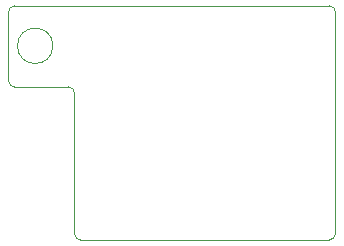
<source format=gm1>
%TF.GenerationSoftware,KiCad,Pcbnew,(5.1.6-0-10_14)*%
%TF.CreationDate,2020-11-28T15:25:20+01:00*%
%TF.ProjectId,Raspberry_Pi_Hat,52617370-6265-4727-9279-5f50695f4861,v1.0*%
%TF.SameCoordinates,Original*%
%TF.FileFunction,Profile,NP*%
%FSLAX46Y46*%
G04 Gerber Fmt 4.6, Leading zero omitted, Abs format (unit mm)*
G04 Created by KiCad (PCBNEW (5.1.6-0-10_14)) date 2020-11-28 15:25:20*
%MOMM*%
%LPD*%
G01*
G04 APERTURE LIST*
%TA.AperFunction,Profile*%
%ADD10C,0.050000*%
%TD*%
G04 APERTURE END LIST*
D10*
X110490000Y-108712000D02*
G75*
G02*
X110998000Y-109220000I0J-508000D01*
G01*
X132588000Y-101854000D02*
G75*
G02*
X133096000Y-102362000I0J-508000D01*
G01*
X133096000Y-121158000D02*
G75*
G02*
X132588000Y-121666000I-508000J0D01*
G01*
X111506000Y-121666000D02*
G75*
G02*
X110998000Y-121158000I0J508000D01*
G01*
X105918000Y-108712000D02*
G75*
G02*
X105410000Y-108204000I0J508000D01*
G01*
X105410000Y-102362000D02*
G75*
G02*
X105918000Y-101854000I508000J0D01*
G01*
X105410000Y-108204000D02*
X105410000Y-102362000D01*
X110490000Y-108712000D02*
X105918000Y-108712000D01*
X110998000Y-121158000D02*
X110998000Y-109220000D01*
X132588000Y-121666000D02*
X111506000Y-121666000D01*
X133096000Y-102362000D02*
X133096000Y-121158000D01*
X105918000Y-101854000D02*
X132588000Y-101854000D01*
X109170000Y-105240000D02*
G75*
G03*
X109170000Y-105240000I-1500000J0D01*
G01*
M02*

</source>
